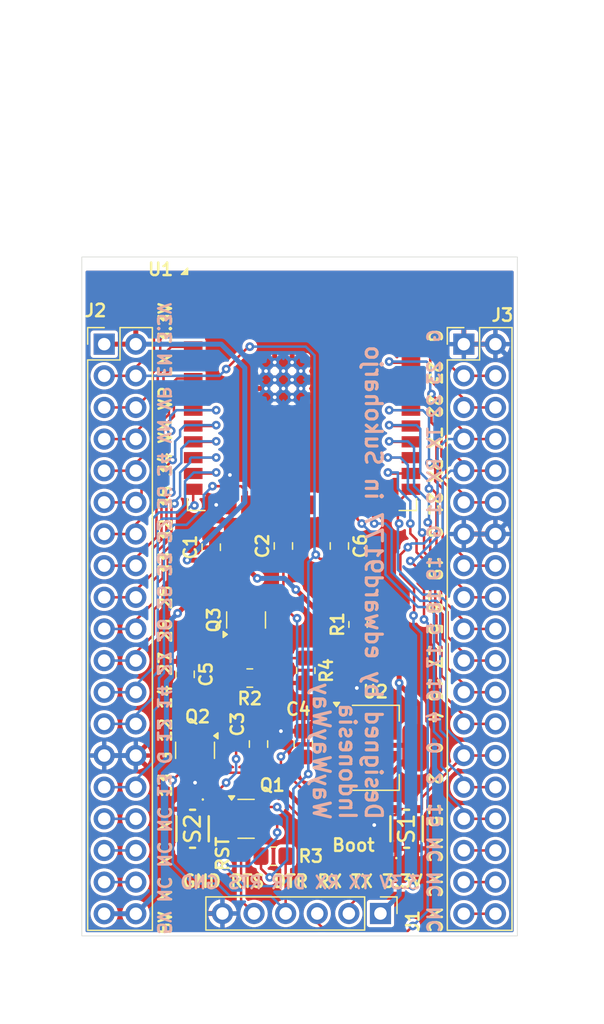
<source format=kicad_pcb>
(kicad_pcb (version 20240108) (generator "pcbnew") (generator_version "8.0")
  (layers (0 "F.Cu" mixed) (31 "B.Cu" mixed) (34 "B.Paste" user) (35 "F.Paste" user) (36 "B.SilkS" user "B.Silkscreen") (37 "F.SilkS" user "F.Silkscreen") (38 "B.Mask" user) (39 "F.Mask" user) (44 "Edge.Cuts" user))
  (net 0 "")
  (net 1 "VDD33")
  (net 2 "EN")
  (net 3 "RTS")
  (net 4 "Net-(Q2-B)")
  (net 5 "Net-(Q1-B)")
  (net 6 "DTR")
  (net 7 "GND")
  (net 8 "Net-(Q3-G)")
  (net 9 "IO34")
  (net 11 "IO4")
  (net 12 "IO23")
  (net 13 "IO2")
  (net 14 "IO25")
  (net 15 "IO21")
  (net 16 "IO12")
  (net 17 "IO18")
  (net 18 "IO5")
  (net 19 "IO35")
  (net 20 "TXD")
  (net 21 "SENS_VN")
  (net 22 "IO22")
  (net 24 "IO27")
  (net 25 "IO32")
  (net 26 "IO19")
  (net 28 "IO33")
  (net 29 "IO14")
  (net 31 "IO13")
  (net 33 "IO0")
  (net 34 "RXD")
  (net 35 "SENS_VP")
  (net 38 "IO17")
  (net 39 "IO26")
  (net 40 "IO15")
  (net 41 "IO16")
  (net 42 "EXT_5V")
  (net 43 "Net-(Q3-S)")
  (net 44 "Net-(J2-Pin_35)")
  (net 45 "Net-(J2-Pin_31)")
  (net 46 "Net-(J2-Pin_33)")
  (net 47 "Net-(J3-Pin_35)")
  (net 48 "Net-(J3-Pin_33)")
  (net 49 "Net-(J3-Pin_37)")
  (footprint "RF_Module:ESP32-WROOM-32E" (layer "F.Cu") (at 170 86.7)
    (property "Reference" "U1")
    (property "Value" "ESP32-WROOM-32E")
  )
  (footprint "Resistor_SMD:R_0805_2012Metric_Pad1.20x1.40mm_HandSolder" (layer "F.Cu") (at 165.8 113.1 180)
    (property "Reference" "R2")
    (property "Value" "10K(5%)")
  )
  (footprint "KiCad:TL1018AAAF160QG" (layer "F.Cu") (at 161.2 125.2 -90)
    (property "Reference" "S2")
    (property "Value" "TL1018AAAF160QG" (hide yes))
  )
  (footprint "Capacitor_SMD:C_0805_2012Metric_Pad1.18x1.45mm_HandSolder" (layer "F.Cu") (at 168.5 102.5 90)
    (property "Reference" "C2")
    (property "Value" "22uF/10V(20%)")
  )
  (footprint "Package_TO_SOT_SMD:SOT-223-3_TabPin2" (layer "F.Cu") (at 175.9 118.7)
    (property "Reference" "U2")
    (property "Value" "AMS1117-3.3")
  )
  (footprint "Package_TO_SOT_SMD:SOT-23" (layer "F.Cu") (at 161.4 118.9 -90)
    (property "Reference" "Q2")
    (property "Value" "SS8050")
  )
  (footprint "Package_TO_SOT_SMD:SOT-23" (layer "F.Cu") (at 165.5 108.4375 90)
    (property "Reference" "Q3")
    (property "Value" "IRLML6401")
  )
  (footprint "Capacitor_SMD:C_0805_2012Metric_Pad1.18x1.45mm_HandSolder" (layer "F.Cu") (at 160.6 112.8 -90)
    (property "Reference" "C5")
    (property "Value" "0.1uF/50V(10%)")
  )
  (footprint "Capacitor_SMD:C_0805_2012Metric_Pad1.18x1.45mm_HandSolder" (layer "F.Cu") (at 170.1 118.4 90)
    (property "Reference" "C4")
    (property "Value" "0.1uF/50V(10%)")
  )
  (footprint "Capacitor_SMD:C_0805_2012Metric_Pad1.18x1.45mm_HandSolder" (layer "F.Cu") (at 162.7 102.6 90)
    (property "Reference" "C1")
    (property "Value" "22uF/10V(20%)")
  )
  (footprint "Capacitor_SMD:C_0805_2012Metric_Pad1.18x1.45mm_HandSolder" (layer "F.Cu") (at 173 102.5 -90)
    (property "Reference" "C6")
    (property "Value" "0.1uF/50V(10%)")
  )
  (footprint "Connector_PinHeader_2.54mm:PinHeader_2x19_P2.54mm_Vertical" (layer "F.Cu") (at 154.1 86.3)
    (property "Reference" "J2")
    (property "Value" "J8_Header/02x19_Male")
  )
  (footprint "Package_TO_SOT_SMD:SOT-23" (layer "F.Cu") (at 165.5 124.4)
    (property "Reference" "Q1")
    (property "Value" "SS8050")
  )
  (footprint "Resistor_SMD:R_0805_2012Metric_Pad1.20x1.40mm_HandSolder" (layer "F.Cu") (at 170.3 112.5 -90)
    (property "Reference" "R4")
    (property "Value" "10K(5%)")
  )
  (footprint "Connector_PinHeader_2.54mm:PinHeader_1x06_P2.54mm_Vertical" (layer "F.Cu") (at 176.3 132 -90)
    (property "Reference" "J1")
    (property "Value" "J8_Header/01x06_Male")
  )
  (footprint "Resistor_SMD:R_0805_2012Metric_Pad1.20x1.40mm_HandSolder" (layer "F.Cu") (at 167.7 127.4 180)
    (property "Reference" "R3")
    (property "Value" "10K(5%)")
  )
  (footprint "Connector_PinHeader_2.54mm:PinHeader_2x19_P2.54mm_Vertical" (layer "F.Cu") (at 183 86.3)
    (property "Reference" "J3")
    (property "Value" "J8_Header/02x19_Male")
  )
  (footprint "KiCad:TL1018AAAF160QG" (layer "F.Cu") (at 178.4 125.2 90)
    (property "Reference" "S1")
    (property "Value" "TL1018AAAF160QG" (hide yes))
  )
  (footprint "Capacitor_SMD:C_0805_2012Metric_Pad1.18x1.45mm_HandSolder" (layer "F.Cu") (at 166.5 118.4 90)
    (property "Reference" "C3")
    (property "Value" "22uF/10V(20%)")
  )
  (footprint "Resistor_SMD:R_0805_2012Metric_Pad1.20x1.40mm_HandSolder" (layer "F.Cu") (at 174.5 108.8 90)
    (property "Reference" "R1")
    (property "Value" "10K(5%)")
  )
  (gr_rect (start 152.3 79.3) (end 187.3 133.8) (stroke (width 0.05)) (fill none) (layer "Edge.Cuts"))
  (gr_text "G  23 22 TX RX 21 G  19 18 5 17 16 4  0  2  15 NC NC NC" (at 181.2 85 90) (layer "B.SilkS") (effects (font (size 1 1) (thickness 0.2) (bold yes)) (justify left bottom mirror)))
  (gr_text "3.3V TX RX DTR RTS GND" (at 179.6 130.1 0) (layer "B.SilkS") (effects (font (size 1 1) (thickness 0.2)) (justify left bottom mirror)))
  (gr_text "Designed by edward9177 in Sukoharjo\nIndonesia\nWayWayWay\n" (at 170.8 124.6 270) (layer "B.SilkS") (effects (font (size 1.3 1.3) (thickness 0.25) (bold yes)) (justify left bottom mirror)))
  (gr_text "5V NC NC NC 13 G 12 14 27 26 25 33 32 35 34 VN VP EN 3.3V" (at 158.3 133.8 270) (layer "B.SilkS") (effects (font (size 1 1) (thickness 0.2) (bold yes)) (justify left bottom mirror)))
  (gr_text "5V NC NC NC 13 G 12 14 27 26 25 33 32 35 34 VN VP EN 3.3V" (at 159.6 133.8 90) (layer "F.SilkS") (effects (font (size 1 1) (thickness 0.2) (bold yes)) (justify left bottom)))
  (gr_text "Boot" (at 172.3 127.1 0) (layer "F.SilkS") (effects (font (size 1 1) (thickness 0.2) (bold yes)) (justify left bottom)))
  (gr_text "RST" (at 164.2 128.7 90) (layer "F.SilkS") (effects (font (size 1 1) (thickness 0.2) (bold yes)) (justify left bottom)))
  (gr_text "G  23 22 TX RX 21 G  19 18 5 17 16 4  0  2  15 NC NC NC" (at 180.1 85 270) (layer "F.SilkS") (effects (font (size 1 1) (thickness 0.2) (bold yes)) (justify left bottom)))
  (gr_text "GND RTS DTR RX TX 3.3V" (at 160.3 130 0) (layer "F.SilkS") (effects (font (size 1 1) (thickness 0.2)) (justify left bottom)))
  (segment (start 177.8 110.4) (end 177.8 113.5) (width 0.4) (layer "F.Cu") (net 1))
  (segment (start 177.8 113.6) (end 179.45 115.25) (width 0.4) (layer "F.Cu") (net 1))
  (segment (start 174.55 123.4) (end 179.45 118.5) (width 0.4) (layer "F.Cu") (net 1))
  (segment (start 166.5 119.9) (end 170 123.4) (width 0.4) (layer "F.Cu") (net 1))
  (segment (start 160.7625 103.6375) (end 162.7 103.6375) (width 0.4) (layer "F.Cu") (net 1))
  (segment (start 179.45 115.25) (end 179.45 118.5) (width 0.4) (layer "F.Cu") (net 1))
  (segment (start 166.5 119.4375) (end 166.5 119.9) (width 0.4) (layer "F.Cu") (net 1))
  (segment (start 169.5 106) (end 173.3 109.8) (width 0.4) (layer "F.Cu") (net 1))
  (segment (start 177.2 109.8) (end 177.8 110.4) (width 0.4) (layer "F.Cu") (net 1))
  (segment (start 161.25 82.71) (end 157.49 82.71) (width 0.4) (layer "F.Cu") (net 1))
  (segment (start 173.3 109.8) (end 174.5 109.8) (width 0.4) (layer "F.Cu") (net 1))
  (segment (start 157.49 82.71) (end 156.64 83.56) (width 0.4) (layer "F.Cu") (net 1))
  (segment (start 177.8 113.5) (end 177.8 113.6) (width 0.4) (layer "F.Cu") (net 1))
  (segment (start 174.5 109.8) (end 177.2 109.8) (width 0.4) (layer "F.Cu") (net 1))
  (segment (start 164.9375 103.6375) (end 166.4 105.1) (width 0.4) (layer "F.Cu") (net 1))
  (segment (start 170 123.4) (end 174.55 123.4) (width 0.4) (layer "F.Cu") (net 1))
  (segment (start 162.7 103.6375) (end 164.9375 103.6375) (width 0.4) (layer "F.Cu") (net 1))
  (segment (start 156.64 83.56) (end 156.64 86.3) (width 0.4) (layer "F.Cu") (net 1))
  (segment (start 173.15 118.5) (end 179.45 118.5) (width 0.4) (layer "F.Cu") (net 1))
  (segment (start 154.1 86.3) (end 156.64 86.3) (width 0.4) (layer "F.Cu") (net 1))
  (via (at 160.7625 103.6375) (size 0.7) (drill 0.3) (layers "F.Cu" "B.Cu") (net 1))
  (via (at 169.5 106) (size 0.7) (drill 0.3) (layers "F.Cu" "B.Cu") (net 1))
  (via (at 166.4 105.1) (size 0.7) (drill 0.3) (layers "F.Cu" "B.Cu") (net 1))
  (via (at 177.8 113.5) (size 0.7) (drill 0.3) (layers "F.Cu" "B.Cu") (net 1))
  (segment (start 163.5 86.3) (end 156.64 86.3) (width 0.4) (layer "B.Cu") (net 1))
  (segment (start 177.8 130.5) (end 177.8 130.1) (width 0.4) (layer "B.Cu") (net 1))
  (segment (start 168.6 105.1) (end 169.5 106) (width 0.4) (layer "B.Cu") (net 1))
  (segment (start 165.4 88.2) (end 163.5 86.3) (width 0.4) (layer "B.Cu") (net 1))
  (segment (start 165.4 99) (end 165.4 88.2) (width 0.4) (layer "B.Cu") (net 1))
  (segment (start 176.3 132) (end 177.8 130.5) (width 0.4) (layer "B.Cu") (net 1))
  (segment (start 160.7625 103.6375) (end 165.4 99) (width 0.4) (layer "B.Cu") (net 1))
  (segment (start 166.4 105.1) (end 168.6 105.1) (width 0.4) (layer "B.Cu") (net 1))
  (segment (start 177.8 130.1) (end 177.8 113.5) (width 0.4) (layer "B.Cu") (net 1))
  (segment (start 163.9 88.3) (end 165.7 86.5) (width 0.2) (layer "F.Cu") (net 2))
  (segment (start 170.5 119.8375) (end 170.1 119.4375) (width 0.2) (layer "F.Cu") (net 2))
  (segment (start 171.4375 103.5375) (end 173 103.5375) (width 0.2) (layer "F.Cu") (net 2))
  (segment (start 162.375 126.775) (end 163.8 128.2) (width 0.2) (layer "F.Cu") (net 2))
  (segment (start 158.1 84.6) (end 158.72 83.98) (width 0.2) (layer "F.Cu") (net 2))
  (segment (start 167.7 124.4) (end 166.4375 124.4) (width 0.2) (layer "F.Cu") (net 2))
  (segment (start 158.72 83.98) (end 161.25 83.98) (width 0.2) (layer "F.Cu") (net 2))
  (segment (start 174.1375 103.5375) (end 174.5 103.9) (width 0.2) (layer "F.Cu") (net 2))
  (segment (start 156.64 88.16) (end 158.1 86.7) (width 0.2) (layer "F.Cu") (net 2))
  (segment (start 161.725 126.775) (end 162.375 126.775) (width 0.2) (layer "F.Cu") (net 2))
  (segment (start 156.64 88.84) (end 156.64 88.16) (width 0.2) (layer "F.Cu") (net 2))
  (segment (start 174.5 103.9) (end 174.5 107.8) (width 0.2) (layer "F.Cu") (net 2))
  (segment (start 168 125.5) (end 168 124.7) (width 0.2) (layer "F.Cu") (net 2))
  (segment (start 160.075 126.775) (end 161.725 126.775) (width 0.2) (layer "F.Cu") (net 2))
  (segment (start 171.1 103.2) (end 171.4375 103.5375) (width 0.2) (layer "F.Cu") (net 2))
  (segment (start 173 103.5375) (end 174.1375 103.5375) (width 0.2) (layer "F.Cu") (net 2))
  (segment (start 168 124.7) (end 167.7 124.4) (width 0.2) (layer "F.Cu") (net 2))
  (segment (start 158.1 86.7) (end 158.1 84.6) (width 0.2) (layer "F.Cu") (net 2))
  (segment (start 170.5 120.8) (end 170.5 119.8375) (width 0.2) (layer "F.Cu") (net 2))
  (segment (start 165.7 86.5) (end 165.8 86.5) (width 0.2) (layer "F.Cu") (net 2))
  (segment (start 154.1 88.84) (end 156.64 88.84) (width 0.2) (layer "F.Cu") (net 2))
  (via (at 168 125.5) (size 0.7) (drill 0.3) (layers "F.Cu" "B.Cu") (net 2))
  (via (at 171.1 103.2) (size 0.7) (drill 0.3) (layers "F.Cu" "B.Cu") (net 2))
  (via (at 163.9 88.3) (size 0.7) (drill 0.3) (layers "F.Cu" "B.Cu") (net 2))
  (via (at 165.8 86.5) (size 0.7) (drill 0.3) (layers "F.Cu" "B.Cu") (net 2))
  (via (at 163.8 128.2) (size 0.7) (drill 0.3) (layers "F.Cu" "B.Cu") (net 2))
  (via (at 170.5 120.8) (size 0.7) (drill 0.3) (layers "F.Cu" "B.Cu") (net 2))
  (segment (start 169.3 128.8) (end 168.3 129.8) (width 0.2) (layer "B.Cu") (net 2))
  (segment (start 168.3 129.8) (end 165.4 129.8) (width 0.2) (layer "B.Cu") (net 2))
  (segment (start 170.3 86.5) (end 171 87.2) (width 0.2) (layer "B.Cu") (net 2))
  (segment (start 165.4 129.8) (end 163.8 128.2) (width 0.2) (layer "B.Cu") (net 2))
  (segment (start 171 103.1) (end 171.1 103.2) (width 0.2) (layer "B.Cu") (net 2))
  (segment (start 165.8 86.5) (end 170.3 86.5) (width 0.2) (layer "B.Cu") (net 2))
  (segment (start 163.36 88.84) (end 156.64 88.84) (width 0.2) (layer "B.Cu") (net 2))
  (segment (start 163.9 88.3) (end 163.36 88.84) (width 0.2) (layer "B.Cu") (net 2))
  (segment (start 165.7 128.2) (end 163.8 128.2) (width 0.2) (layer "B.Cu") (net 2))
  (segment (start 171 91.2) (end 171 103.1) (width 0.2) (layer "B.Cu") (net 2))
  (segment (start 168 125.9) (end 165.7 128.2) (width 0.2) (layer "B.Cu") (net 2))
  (segment (start 170.5 120.8) (end 169.3 122) (width 0.2) (layer "B.Cu") (net 2))
  (segment (start 171 87.2) (end 171 91.2) (width 0.2) (layer "B.Cu") (net 2))
  (segment (start 170.5 120.8) (end 170.5 103.8) (width 0.2) (layer "B.Cu") (net 2))
  (segment (start 170.5 103.8) (end 171.1 103.2) (width 0.2) (layer "B.Cu") (net 2))
  (segment (start 168 125.5) (end 168 125.9) (width 0.2) (layer "B.Cu") (net 2))
  (segment (start 169.3 122) (end 169.3 128.8) (width 0.2) (layer "B.Cu") (net 2))
  (segment (start 165.1 130.96) (end 166.14 132) (width 0.2) (layer "F.Cu") (net 3))
  (segment (start 164.7 119.6) (end 164.7 116.7) (width 0.2) (layer "F.Cu") (net 3))
  (segment (start 163.55 125.35) (end 163 124.8) (width 0.2) (layer "F.Cu") (net 3))
  (segment (start 163 124.8) (end 163 122.4) (width 0.2) (layer "F.Cu") (net 3))
  (segment (start 166.8 114.6) (end 166.8 113.1) (width 0.2) (layer "F.Cu") (net 3))
  (segment (start 164.5625 125.35) (end 163.55 125.35) (width 0.2) (layer "F.Cu") (net 3))
  (segment (start 165.1 125.8875) (end 165.1 130.96) (width 0.2) (layer "F.Cu") (net 3))
  (segment (start 163 122.4) (end 163.9 121.5) (width 0.2) (layer "F.Cu") (net 3))
  (segment (start 164.7 116.7) (end 166.8 114.6) (width 0.2) (layer "F.Cu") (net 3))
  (segment (start 164.5625 125.35) (end 165.1 125.8875) (width 0.2) (layer "F.Cu") (net 3))
  (via (at 163.9 121.5) (size 0.7) (drill 0.3) (layers "F.Cu" "B.Cu") (net 3))
  (via (at 164.7 119.6) (size 0.7) (drill 0.3) (layers "F.Cu" "B.Cu") (net 3))
  (segment (start 164.7 120.7) (end 164.7 119.6) (width 0.2) (layer "B.Cu") (net 3))
  (segment (start 163.9 121.5) (end 164.7 120.7) (width 0.2) (layer "B.Cu") (net 3))
  (segment (start 162.35 115.55) (end 164.8 113.1) (width 0.2) (layer "F.Cu") (net 4))
  (segment (start 162.35 117.9625) (end 162.35 115.55) (width 0.2) (layer "F.Cu") (net 4))
  (segment (start 167.4 129.1) (end 166.7 128.4) (width 0.2) (layer "F.Cu") (net 5))
  (segment (start 166.7 128.4) (end 166.7 127.4) (width 0.2) (layer "F.Cu") (net 5))
  (segment (start 168 123.45) (end 164.5625 123.45) (width 0.2) (layer "F.Cu") (net 5))
  (via (at 167.4 129.1) (size 0.7) (drill 0.3) (layers "F.Cu" "B.Cu") (net 5))
  (via (at 168 123.45) (size 0.7) (drill 0.3) (layers "F.Cu" "B.Cu") (net 5))
  (segment (start 168.8 124.25) (end 168.8 127.7) (width 0.2) (layer "B.Cu") (net 5))
  (segment (start 168 123.45) (end 168.8 124.25) (width 0.2) (layer "B.Cu") (net 5))
  (segment (start 168.8 127.7) (end 167.4 129.1) (width 0.2) (layer "B.Cu") (net 5))
  (segment (start 168.68 132) (end 168.68 127.42) (width 0.2) (layer "F.Cu") (net 6))
  (segment (start 160.45 120.45) (end 159.6 121.3) (width 0.2) (layer "F.Cu") (net 6))
  (segment (start 168.68 127.42) (end 168.7 127.4) (width 0.2) (layer "F.Cu") (net 6))
  (segment (start 160.45 117.9625) (end 160.45 120.45) (width 0.2) (layer "F.Cu") (net 6))
  (via (at 159.6 121.3) (size 0.7) (drill 0.3) (layers "F.Cu" "B.Cu") (net 6))
  (segment (start 159.6 128) (end 161.2 129.6) (width 0.2) (layer "B.Cu") (net 6))
  (segment (start 161.2 129.6) (end 163.2 129.6) (width 0.2) (layer "B.Cu") (net 6))
  (segment (start 159.6 121.3) (end 159.6 128) (width 0.2) (layer "B.Cu") (net 6))
  (segment (start 168.68 131.78) (end 168.68 132) (width 0.2) (layer "B.Cu") (net 6))
  (segment (start 163.2 129.6) (end 164.2 130.6) (width 0.2) (layer "B.Cu") (net 6))
  (segment (start 167.5 130.6) (end 168.68 131.78) (width 0.2) (layer "B.Cu") (net 6))
  (segment (start 164.2 130.6) (end 167.5 130.6) (width 0.2) (layer "B.Cu") (net 6))
  (segment (start 183 101.54) (end 185.54 101.54) (width 0.4) (layer "F.Cu") (net 7))
  (segment (start 168.3 117.3625) (end 170.1 117.3625) (width 0.4) (layer "F.Cu") (net 7))
  (segment (start 159.175 123.625) (end 160.075 123.625) (width 0.4) (layer "F.Cu") (net 7))
  (segment (start 158.2 117.76) (end 156.64 119.32) (width 0.4) (layer "F.Cu") (net 7))
  (segment (start 169.9 81.44) (end 178.75 81.44) (width 0.4) (layer "F.Cu") (net 7))
  (segment (start 183 82.1) (end 183 86.3) (width 0.4) (layer "F.Cu") (net 7))
  (segment (start 161.25 81.44) (end 167.1 81.44) (width 0.4) (layer "F.Cu") (net 7))
  (segment (start 160.075 123.625) (end 161.725 123.625) (width 0.4) (layer "F.Cu") (net 7))
  (segment (start 168.5 101.4625) (end 165.3975 101.4625) (width 0.4) (layer "F.Cu") (net 7))
  (segment (start 161.725 123.625) (end 161.725 121.825) (width 0.4) (layer "F.Cu") (net 7))
  (segment (start 159.303553 103.303553) (end 159.303553 105.396447) (width 0.4) (layer "F.Cu") (net 7))
  (segment (start 163.1 99.2) (end 162.5 99.2) (width 0.4) (layer "F.Cu") (net 7))
  (segment (start 166.5 117.3625) (end 168.3 117.3625) (width 0.4) (layer "F.Cu") (net 7))
  (segment (start 161.6 100.1) (end 160.7 100.1) (width 0.4) (layer "F.Cu") (net 7))
  (segment (start 158.2 120.88) (end 158.2 122.8) (width 0.4) (layer "F.Cu") (net 7))
  (segment (start 158.9 109.6) (end 158.2 110.3) (width 0.4) (layer "F.Cu") (net 7))
  (segment (start 164.285 99.2) (end 163.1 99.2) (width 0.4) (layer "F.Cu") (net 7))
  (segment (start 158.2 111.3) (end 158.2 117.76) (width 0.4) (layer "F.Cu") (net 7))
  (segment (start 177.975 126.775) (end 177.675 126.775) (width 0.4) (layer "F.Cu") (net 7))
  (segment (start 159.025 123.625) (end 160.075 123.625) (width 0.4) (layer "F.Cu") (net 7))
  (segment (start 169.2 82.14) (end 169.9 81.44) (width 0.4) (layer "F.Cu") (net 7))
  (segment (start 160 100.8) (end 160 102.7) (width 0.4) (layer "F.Cu") (net 7))
  (segment (start 170.1375 117.3625) (end 171.3 116.2) (width 0.4) (layer "F.Cu") (net 7))
  (segment (start 165.3975 101.4625) (end 164.285 100.35) (width 0.4) (layer "F.Cu") (net 7))
  (segment (start 173.15 115.15) (end 173.15 116.2) (width 0.4) (layer "F.Cu") (net 7))
  (segment (start 171.5 113.5) (end 173.15 115.15) (width 0.4) (layer "F.Cu") (net 7))
  (segment (start 160.7 100.1) (end 160 100.8) (width 0.4) (layer "F.Cu") (net 7))
  (segment (start 159.907106 102.7) (end 159.303553 103.303553) (width 0.4) (layer "F.Cu") (net 7))
  (segment (start 164.1 96.7) (end 164.2 96.8) (width 0.4) (layer "F.Cu") (net 7))
  (segment (start 158.3 124.5) (end 159.175 123.625) (width 0.4) (layer "F.Cu") (net 7))
  (segment (start 158.9 105.8) (end 158.9 109.6) (width 0.4) (layer "F.Cu") (net 7))
  (segment (start 177.975 126.775) (end 179.625 126.775) (width 0.4) (layer "F.Cu") (net 7))
  (segment (start 167.1 81.44) (end 169.9 81.44) (width 0.4) (layer "F.Cu") (net 7))
  (segment (start 164.74 89.86) (end 164.1 90.5) (width 0.4) (layer "F.Cu") (net 7))
  (segment (start 164.1 90.5) (end 164.1 96.7) (width 0.4) (layer "F.Cu") (net 7))
  (segment (start 162.5 99.2) (end 161.6 100.1) (width 0.4) (layer "F.Cu") (net 7))
  (segment (start 177.675 126.775) (end 175.8 124.9) (width 0.4) (layer "F.Cu") (net 7))
  (segment (start 159.303553 105.396447) (end 158.9 105.8) (width 0.4) (layer "F.Cu") (net 7))
  (segment (start 173 101.4625) (end 168.5 101.4625) (width 0.4) (layer "F.Cu") (net 7))
  (segment (start 162.7 101.2) (end 161.6 100.1) (width 0.4) (layer "F.Cu") (net 7))
  (segment (start 182.34 81.44) (end 183 82.1) (width 0.4) (layer "F.Cu") (net 7))
  (segment (start 183 86.3) (end 185.54 86.3) (width 0.4) (layer "F.Cu") (net 7))
  (segment (start 156.64 119.32) (end 158.2 120.88) (width 0.4) (layer "F.Cu") (net 7))
  (segment (start 162.7 101.5625) (end 162.7 101.2) (width 0.4) (layer "F.Cu") (net 7))
  (segment (start 160 102.7) (end 159.907106 102.7) (width 0.4) (layer "F.Cu") (net 7))
  (segment (start 164.285 100.35) (end 164.285 99.2) (width 0.4) (layer "F.Cu") (net 7))
  (segment (start 161.725 121.825) (end 161.4 121.5) (width 0.4) (layer "F.Cu") (net 7))
  (segment (start 158.2 122.8) (end 159.025 123.625) (width 0.4) (layer "F.Cu") (net 7))
  (segment (start 171.3 116.2) (end 173.15 116.2) (width 0.4) (layer "F.Cu") (net 7))
  (segment (start 163.6 132) (end 158.8 132) (width 0.4) (layer "F.Cu") (net 7))
  (segment (start 178.75 81.44) (end 182.34 81.44) (width 0.4) (layer "F.Cu") (net 7))
  (segment (start 158.3 131.5) (end 158.3 124.5) (width 0.4) (layer "F.Cu") (net 7))
  (segment (start 169.2 87.76) (end 169.2 82.14) (width 0.4) (layer "F.Cu") (net 7))
  (segment (start 158.8 132) (end 158.3 131.5) (width 0.4) (layer "F.Cu") (net 7))
  (segment (start 167.8 82.14) (end 167.1 81.44) (width 0.4) (layer "F.Cu") (net 7))
  (segment (start 170.3 113.5) (end 171.5 113.5) (width 0.4) (layer "F.Cu") (net 7))
  (segment (start 167.8 87.76) (end 167.8 82.14) (width 0.4) (layer "F.Cu") (net 7))
  (segment (start 174.4 113.9) (end 173.15 115.15) (width 0.4) (layer "F.Cu") (net 7))
  (segment (start 160.1 111.7625) (end 158.6625 111.7625) (width 0.4) (layer "F.Cu") (net 7))
  (segment (start 158.2 110.3) (end 158.2 111.3) (width 0.4) (layer "F.Cu") (net 7))
  (segment (start 170.1 117.3625) (end 170.1375 117.3625) (width 0.4) (layer "F.Cu") (net 7))
  (segment (start 167.1 89.86) (end 164.74 89.86) (width 0.4) (layer "F.Cu") (net 7))
  (segment (start 158.6625 111.7625) (end 158.2 111.3) (width 0.4) (layer "F.Cu") (net 7))
  (via (at 174.4 113.9) (size 0.7) (drill 0.3) (layers "F.Cu" "B.Cu") (net 7))
  (via (at 175.8 124.9) (size 0.7) (drill 0.3) (layers "F.Cu" "B.Cu") (net 7))
  (via (at 163.1 99.2) (size 0.7) (drill 0.3) (layers "F.Cu" "B.Cu") (net 7))
  (via (at 164.2 96.8) (size 0.7) (drill 0.3) (layers "F.Cu" "B.Cu") (net 7))
  (via (at 168.3 117.3625) (size 0.7) (drill 0.3) (layers "F.Cu" "B.Cu") (net 7))
  (via (at 161.4 121.5) (size 0.7) (drill 0.3) (layers "F.Cu" "B.Cu") (net 7))
  (segment (start 186.8 100.28) (end 186.8 87.56) (width 0.4) (layer "B.Cu") (net 7))
  (segment (start 154.1 119.32) (end 156.64 119.32) (width 0.4) (layer "B.Cu") (net 7))
  (segment (start 164.2 97.7) (end 163.1 98.8) (width 0.4) (layer "B.Cu") (net 7))
  (segment (start 174.4 113.9) (end 175.8 115.3) (width 0.4) (layer "B.Cu") (net 7))
  (segment (start 163.1 98.8) (end 163.1 99.2) (width 0.4) (layer "B.Cu") (net 7))
  (segment (start 186.8 87.56) (end 185.54 86.3) (width 0.4) (layer "B.Cu") (net 7))
  (segment (start 161.4 121.5) (end 165.5375 117.3625) (width 0.4) (layer "B.Cu") (net 7))
  (segment (start 185.54 101.54) (end 186.8 100.28) (width 0.4) (layer "B.Cu") (net 7))
  (segment (start 164.2 96.8) (end 164.2 97.7) (width 0.4) (layer "B.Cu") (net 7))
  (segment (start 175.8 115.3) (end 175.8 124.9) (width 0.4) (layer "B.Cu") (net 7))
  (segment (start 165.5375 117.3625) (end 168.3 117.3625) (width 0.4) (layer "B.Cu") (net 7))
  (segment (start 165.6 111.5) (end 170.3 111.5) (width 0.2) (layer "F.Cu") (net 8))
  (segment (start 164.55 110.45) (end 165.6 111.5) (width 0.2) (layer "F.Cu") (net 8))
  (segment (start 164.55 109.375) (end 164.55 110.45) (width 0.2) (layer "F.Cu") (net 8))
  (segment (start 158.865686 88.865686) (end 158.865686 91.7) (width 0.2) (layer "F.Cu") (net 9))
  (segment (start 158.032843 94.467157) (end 156.64 95.86) (width 0.2) (layer "F.Cu") (net 9))
  (segment (start 158.865686 91.7) (end 158.032843 92.532843) (width 0.2) (layer "F.Cu") (net 9))
  (segment (start 161.25 87.79) (end 159.941372 87.79) (width 0.2) (layer "F.Cu") (net 9))
  (segment (start 158.032843 92.532843) (end 158.032843 94.467157) (width 0.2) (layer "F.Cu") (net 9))
  (segment (start 159.941372 87.79) (end 158.865686 88.865686) (width 0.2) (layer "F.Cu") (net 9))
  (segment (start 156.64 95.86) (end 156.64 96.46) (width 0.2) (layer "F.Cu") (net 9))
  (segment (start 154.1 96.46) (end 156.64 96.46) (width 0.2) (layer "F.Cu") (net 9))
  (segment (start 178.7 101.5) (end 179.2 102) (width 0.2) (layer "F.Cu") (net 11))
  (segment (start 176.98 96.68) (end 176.9 96.6) (width 0.2) (layer "F.Cu") (net 11))
  (segment (start 180.3 105.8) (end 180.3 107.6) (width 0.2) (layer "F.Cu") (net 11))
  (segment (start 181.2 110.6) (end 181.2 112.9) (width 0.2) (layer "F.Cu") (net 11))
  (segment (start 178.75 96.68) (end 176.98 96.68) (width 0.2) (layer "F.Cu") (net 11))
  (segment (start 181.6 114.7) (end 183 116.1) (width 0.2) (layer "F.Cu") (net 11))
  (segment (start 179.8 103.6) (end 179.8 105.3) (width 0.2) (layer "F.Cu") (net 11))
  (segment (start 179.2 103) (end 179.8 103.6) (width 0.2) (layer "F.Cu") (net 11))
  (segment (start 179.8 105.3) (end 180.3 105.8) (width 0.2) (layer "F.Cu") (net 11))
  (segment (start 181.2 112.9) (end 181.6 113.3) (width 0.2) (layer "F.Cu") (net 11))
  (segment (start 181.6 113.3) (end 181.6 114.7) (width 0.2) (layer "F.Cu") (net 11))
  (segment (start 183 116.78) (end 185.54 116.78) (width 0.2) (layer "F.Cu") (net 11))
  (segment (start 183 116.1) (end 183 116.78) (width 0.2) (layer "F.Cu") (net 11))
  (segment (start 180.3 107.6) (end 180.8 108.1) (width 0.2) (layer "F.Cu") (net 11))
  (segment (start 180.8 110.2) (end 181.2 110.6) (width 0.2) (layer "F.Cu") (net 11))
  (segment (start 179.2 102) (end 179.2 103) (width 0.2) (layer "F.Cu") (net 11))
  (segment (start 178.7 100.7) (end 178.7 101.5) (width 0.2) (layer "F.Cu") (net 11))
  (segment (start 180.8 108.1) (end 180.8 110.2) (width 0.2) (layer "F.Cu") (net 11))
  (via (at 176.9 96.6) (size 0.7) (drill 0.3) (layers "F.Cu" "B.Cu") (net 11))
  (via (at 178.7 100.7) (size 0.7) (drill 0.3) (layers "F.Cu" "B.Cu") (net 11))
  (segment (start 178.7 100.7) (end 178.7 98.9) (width 0.2) (layer "B.Cu") (net 11))
  (segment (start 177.7 97.9) (end 177.7 96.6) (width 0.2) (layer "B.Cu") (net 11))
  (segment (start 177.7 96.6) (end 176.9 96.6) (width 0.2) (layer "B.Cu") (net 11))
  (segment (start 178.7 98.9) (end 177.7 97.9) (width 0.2) (layer "B.Cu") (net 11))
  (segment (start 182.74 88.84) (end 183 88.84) (width 0.2) (layer "F.Cu") (net 12))
  (segment (start 180.71 82.71) (end 181.6 83.6) (width 0.2) (layer "F.Cu") (net 12))
  (segment (start 181.6 87.7) (end 182.74 88.84) (width 0.2) (layer "F.Cu") (net 12))
  (segment (start 178.75 82.71) (end 180.71 82.71) (width 0.2) (layer "F.Cu") (net 12))
  (segment (start 183 88.84) (end 185.54 88.84) (width 0.2) (layer "F.Cu") (net 12))
  (segment (start 181.6 83.6) (end 181.6 87.7) (width 0.2) (layer "F.Cu") (net 12))
  (segment (start 175.715 99.2) (end 175.715 100.615) (width 0.2) (layer "F.Cu") (net 13))
  (segment (start 175.715 100.615) (end 175.8 100.7) (width 0.2) (layer "F.Cu") (net 13))
  (segment (start 183 121.86) (end 185.54 121.86) (width 0.2) (layer "F.Cu") (net 13))
  (via (at 175.8 100.7) (size 0.7) (drill 0.3) (layers "F.Cu" "B.Cu") (net 13))
  (segment (start 183 121.2) (end 183 121.86) (width 0.2) (layer "B.Cu") (net 13))
  (segment (start 176.7 100.7) (end 177.2 101.2) (width 0.2) (layer "B.Cu") (net 13))
  (segment (start 177.2 101.2) (end 177.2 104.6) (width 0.2) (layer "B.Cu") (net 13))
  (segment (start 179.5 106.9) (end 180.8 106.9) (width 0.2) (layer "B.Cu") (net 13))
  (segment (start 175.8 100.7) (end 176.7 100.7) (width 0.2) (layer "B.Cu") (net 13))
  (segment (start 181.7 117.9) (end 181.7 119.9) (width 0.2) (layer "B.Cu") (net 13))
  (segment (start 177.2 104.6) (end 179.5 106.9) (width 0.2) (layer "B.Cu") (net 13))
  (segment (start 181.7 119.9) (end 183 121.2) (width 0.2) (layer "B.Cu") (net 13))
  (segment (start 181.1 107.2) (end 181.1 117.3) (width 0.2) (layer "B.Cu") (net 13))
  (segment (start 180.8 106.9) (end 181.1 107.2) (width 0.2) (layer "B.Cu") (net 13))
  (segment (start 181.1 117.3) (end 181.7 117.9) (width 0.2) (layer "B.Cu") (net 13))
  (segment (start 158 104.7) (end 156.64 106.06) (width 0.2) (layer "F.Cu") (net 14))
  (segment (start 158 102.7) (end 158 104.7) (width 0.2) (layer "F.Cu") (net 14))
  (segment (start 154.1 106.62) (end 156.64 106.62) (width 0.2) (layer "F.Cu") (net 14))
  (segment (start 158.7 98) (end 158.7 102) (width 0.2) (layer "F.Cu") (net 14))
  (segment (start 163.03 92.87) (end 163.1 92.8) (width 0.2) (layer "F.Cu") (net 14))
  (segment (start 159.2 96) (end 159.2 97.5) (width 0.2) (layer "F.Cu") (net 14))
  (segment (start 159.6 95.6) (end 159.2 96) (width 0.2) (layer "F.Cu") (net 14))
  (segment (start 158.7 102) (end 158 102.7) (width 0.2) (layer "F.Cu") (net 14))
  (segment (start 159.2 97.5) (end 158.7 98) (width 0.2) (layer "F.Cu") (net 14))
  (segment (start 156.64 106.06) (end 156.64 106.62) (width 0.2) (layer "F.Cu") (net 14))
  (segment (start 161.25 92.87) (end 163.03 92.87) (width 0.2) (layer "F.Cu") (net 14))
  (via (at 159.6 95.6) (size 0.7) (drill 0.3) (layers "F.Cu" "B.Cu") (net 14))
  (via (at 163.1 92.8) (size 0.7) (drill 0.3) (layers "F.Cu" "B.Cu") (net 14))
  (segment (start 160.2 93.2) (end 160.6 92.8) (width 0.2) (layer "B.Cu") (net 14))
  (segment (start 159.6 95.6) (end 159.8 95.4) (width 0.2) (layer "B.Cu") (net 14))
  (segment (start 159.8 94.1) (end 160.2 93.7) (width 0.2) (layer "B.Cu") (net 14))
  (segment (start 160.2 93.7) (end 160.2 93.2) (width 0.2) (layer "B.Cu") (net 14))
  (segment (start 160.6 92.8) (end 163.1 92.8) (width 0.2) (layer "B.Cu") (net 14))
  (segment (start 159.8 95.4) (end 159.8 94.1) (width 0.2) (layer "B.Cu") (net 14))
  (segment (start 181.6 97) (end 183 98.4) (width 0.2) (layer "F.Cu") (net 15))
  (segment (start 178.75 87.79) (end 177.09 87.79) (width 0.2) (layer "F.Cu") (net 15))
  (segment (start 180.8 92.4) (end 181.2 92.8) (width 0.2) (layer "F.Cu") (net 15))
  (segment (start 181.6 95.7) (end 181.6 97) (width 0.2) (layer "F.Cu") (net 15))
  (segment (start 177.09 87.79) (end 177 87.7) (width 0.2) (layer "F.Cu") (net 15))
  (segment (start 181.2 92.8) (end 181.2 95.3) (width 0.2) (layer "F.Cu") (net 15))
  (segment (start 180.8 90.7) (end 180.8 92.4) (width 0.2) (layer "F.Cu") (net 15))
  (segment (start 183 99) (end 185.54 99) (width 0.2) (layer "F.Cu") (net 15))
  (segment (start 183 98.4) (end 183 99) (width 0.2) (layer "F.Cu") (net 15))
  (segment (start 181.2 95.3) (end 181.6 95.7) (width 0.2) (layer "F.Cu") (net 15))
  (segment (start 180.4 90.3) (end 180.8 90.7) (width 0.2) (layer "F.Cu") (net 15))
  (via (at 177 87.7) (size 0.7) (drill 0.3) (layers "F.Cu" "B.Cu") (net 15))
  (via (at 180.4 90.3) (size 0.7) (drill 0.3) (layers "F.Cu" "B.Cu") (net 15))
  (segment (start 180.3 88) (end 180 87.7) (width 0.2) (layer "B.Cu") (net 15))
  (segment (start 180 87.7) (end 177 87.7) (width 0.2) (layer "B.Cu") (net 15))
  (segment (start 180.4 90.3) (end 180.3 90.2) (width 0.2) (layer "B.Cu") (net 15))
  (segment (start 180.3 90.2) (end 180.3 88) (width 0.2) (layer "B.Cu") (net 15))
  (segment (start 161.35 99.25) (end 161.25 99.15) (width 0.2) (layer "F.Cu") (net 16))
  (segment (start 161.25 99.15) (end 161.25 97.95) (width 0.2) (layer "F.Cu") (net 16))
  (via (at 161.35 99.25) (size 0.7) (drill 0.3) (layers "F.Cu" "B.Cu") (net 16))
  (segment (start 160.05 100.3) (end 158.8 100.3) (width 0.2) (layer "B.Cu") (net 16))
  (segment (start 161.1 99.25) (end 160.05 100.3) (width 0.2) (layer "B.Cu") (net 16))
  (segment (start 156.64 116.06) (end 156.64 116.78) (width 0.2) (layer "B.Cu") (net 16))
  (segment (start 161.35 99.25) (end 161.1 99.25) (width 0.2) (layer "B.Cu") (net 16))
  (segment (start 158.8 100.3) (end 158.4 100.7) (width 0.2) (layer "B.Cu") (net 16))
  (segment (start 158.4 112.6) (end 158 113) (width 0.2) (layer "B.Cu") (net 16))
  (segment (start 158.4 100.7) (end 158.4 112.6) (width 0.2) (layer "B.Cu") (net 16))
  (segment (start 158 113) (end 158 114.7) (width 0.2) (layer "B.Cu") (net 16))
  (segment (start 154.1 116.78) (end 156.64 116.78) (width 0.2) (layer "B.Cu") (net 16))
  (segment (start 158 114.7) (end 156.64 116.06) (width 0.2) (layer "B.Cu") (net 16))
  (segment (start 183 106.62) (end 185.54 106.62) (width 0.2) (layer "F.Cu") (net 17))
  (segment (start 178.75 91.6) (end 179.7 91.6) (width 0.2) (layer "F.Cu") (net 17))
  (segment (start 180.7 97.3) (end 181.3 97.9) (width 0.2) (layer "F.Cu") (net 17))
  (segment (start 180.7 96.291793) (end 180.7 97.3) (width 0.2) (layer "F.Cu") (net 17))
  (segment (start 181.6 104.6) (end 183 106) (width 0.2) (layer "F.Cu") (net 17))
  (segment (start 181.6 102.6) (end 181.6 104.6) (width 0.2) (layer "F.Cu") (net 17))
  (segment (start 180.242629 95.834422) (end 180.7 96.291793) (width 0.2) (layer "F.Cu") (net 17))
  (segment (start 181.3 97.9) (end 181.3 102.3) (width 0.2) (layer "F.Cu") (net 17))
  (segment (start 181.3 102.3) (end 181.6 102.6) (width 0.2) (layer "F.Cu") (net 17))
  (segment (start 179.7 91.6) (end 177 91.6) (width 0.2) (layer "F.Cu") (net 17))
  (segment (start 183 106) (end 183 106.62) (width 0.2) (layer "F.Cu") (net 17))
  (via (at 177 91.6) (size 0.7) (drill 0.3) (layers "F.Cu" "B.Cu") (net 17))
  (via (at 180.242629 95.834422) (size 0.7) (drill 0.3) (layers "F.Cu" "B.Cu") (net 17))
  (segment (start 180.242629 95.834422) (end 180.2 95.791793) (width 0.2) (layer "B.Cu") (net 17))
  (segment (start 179.7 91.6) (end 177 91.6) (width 0.2) (layer "B.Cu") (net 17))
  (segment (start 180.2 92.1) (end 179.7 91.6) (width 0.2) (layer "B.Cu") (net 17))
  (segment (start 180.2 95.791793) (end 180.2 92.1) (width 0.2) (layer "B.Cu") (net 17))
  (segment (start 181.1 103) (end 181.1 104.8) (width 0.2) (layer "F.Cu") (net 18))
  (segment (start 177.07 92.87) (end 177 92.8) (width 0.2) (layer "F.Cu") (net 18))
  (segment (start 181.6 107.1) (end 183 108.5) (width 0.2) (layer "F.Cu") (net 18))
  (segment (start 183 108.5) (end 183 109.16) (width 0.2) (layer "F.Cu") (net 18))
  (segment (start 180.8 98.3) (end 180.8 102.7) (width 0.2) (layer "F.Cu") (net 18))
  (segment (start 180.2 97.9) (end 180.4 97.9) (width 0.2) (layer "F.Cu") (net 18))
  (segment (start 181.6 105.3) (end 181.6 107.1) (width 0.2) (layer "F.Cu") (net 18))
  (segment (start 183 109.16) (end 185.54 109.16) (width 0.2) (layer "F.Cu") (net 18))
  (segment (start 181.1 104.8) (end 181.6 105.3) (width 0.2) (layer "F.Cu") (net 18))
  (segment (start 180.8 102.7) (end 181.1 103) (width 0.2) (layer "F.Cu") (net 18))
  (segment (start 180.4 97.9) (end 180.8 98.3) (width 0.2) (layer "F.Cu") (net 18))
  (segment (start 178.75 92.87) (end 177.07 92.87) (width 0.2) (layer "F.Cu") (net 18))
  (via (at 177 92.8) (size 0.7) (drill 0.3) (layers "F.Cu" "B.Cu") (net 18))
  (via (at 180.2 97.9) (size 0.7) (drill 0.3) (layers "F.Cu" "B.Cu") (net 18))
  (segment (start 180.2 97.9) (end 180.2 97.3) (width 0.2) (layer "B.Cu") (net 18))
  (segment (start 180.2 97.3) (end 179.5 96.6) (width 0.2) (layer "B.Cu") (net 18))
  (segment (start 179.2 92.8) (end 177 92.8) (width 0.2) (layer "B.Cu") (net 18))
  (segment (start 179.5 93.1) (end 179.2 92.8) (width 0.2) (layer "B.Cu") (net 18))
  (segment (start 179.5 96.6) (end 179.5 93.1) (width 0.2) (layer "B.Cu") (net 18))
  (segment (start 158 97) (end 157.1 97.9) (width 0.2) (layer "F.Cu") (net 19))
  (segment (start 159.3 91.932843) (end 158.432843 92.8) (width 0.2) (layer "F.Cu") (net 19))
  (segment (start 159.3 89.7) (end 159.3 91.932843) (width 0.2) (layer "F.Cu") (net 19))
  (segment (start 154.1 99) (end 156.64 99) (width 0.2) (layer "F.Cu") (net 19))
  (segment (start 157.1 98.54) (end 156.64 99) (width 0.2) (layer "F.Cu") (net 19))
  (segment (start 159.94 89.06) (end 159.3 89.7) (width 0.2) (layer "F.Cu") (net 19))
  (segment (start 157.1 97.9) (end 157.1 98.54) (width 0.2) (layer "F.Cu") (net 19))
  (segment (start 158 95.1) (end 158 97) (width 0.2) (layer "F.Cu") (net 19))
  (segment (start 158.432843 92.8) (end 158.432843 94.667157) (width 0.2) (layer "F.Cu") (net 19))
  (segment (start 158.432843 94.667157) (end 158 95.1) (width 0.2) (layer "F.Cu") (net 19))
  (segment (start 161.25 89.06) (end 159.94 89.06) (width 0.2) (layer "F.Cu") (net 19))
  (segment (start 177.9 104.8) (end 177.9 103.2) (width 0.2) (layer "F.Cu") (net 20))
  (segment (start 183 93.3) (end 183 93.92) (width 0.2) (layer "F.Cu") (net 20))
  (segment (start 178.75 85.25) (end 180.35 85.25) (width 0.2) (layer "F.Cu") (net 20))
  (segment (start 178.9 129.8) (end 178.8 129.9) (width 0.2) (layer "F.Cu") (net 20))
  (segment (start 181.6 91.9) (end 183 93.3) (width 0.2) (layer "F.Cu") (net 20))
  (segment (start 177.9 103.2) (end 178.5 102.6) (width 0.2) (layer "F.Cu") (net 20))
  (segment (start 181.6 89.9) (end 181.6 91.9) (width 0.2) (layer "F.Cu") (net 20))
  (segment (start 178.957302 108.083988) (end 179 108.04129) (width 0.2) (layer "F.Cu") (net 20))
  (segment (start 180.35 85.25) (end 180.8 85.7) (width 0.2) (layer "F.Cu") (net 20))
  (segment (start 173.76 131.44) (end 173.76 132) (width 0.2) (layer "F.Cu") (net 20))
  (segment (start 180.8 89.1) (end 181.6 89.9) (width 0.2) (layer "F.Cu") (net 20))
  (segment (start 180.8 85.7) (end 180.8 89.1) (width 0.2) (layer "F.Cu") (net 20))
  (segment (start 179 105.9) (end 177.9 104.8) (width 0.2) (layer "F.Cu") (net 20))
  (segment (start 175.3 129.9) (end 173.76 131.44) (width 0.2) (layer "F.Cu") (net 20))
  (segment (start 178.8 129.9) (end 175.3 129.9) (width 0.2) (layer "F.Cu") (net 20))
  (segment (start 183 93.92) (end 185.54 93.92) (width 0.2) (layer "F.Cu") (net 20))
  (segment (start 179 108.04129) (end 179 105.9) (width 0.2) (layer "F.Cu") (net 20))
  (via (at 178.5 102.6) (size 0.7) (drill 0.3) (layers "F.Cu" "B.Cu") (net 20))
  (via (at 178.9 129.8) (size 0.7) (drill 0.3) (layers "F.Cu" "B.Cu") (net 20))
  (via (at 178.957302 108.083988) (size 0.7) (drill 0.3) (layers "F.Cu" "B.Cu") (net 20))
  (segment (start 179.8 102.3) (end 180.892629 101.207371) (width 0.2) (layer "B.Cu") (net 20))
  (segment (start 178.9 129.8) (end 179.6 129.1) (width 0.2) (layer "B.Cu") (net 20))
  (segment (start 179.6 109.5) (end 178.957302 108.857302) (width 0.2) (layer "B.Cu") (net 20))
  (segment (start 181.665258 93.92) (end 183 93.92) (width 0.2) (layer "B.Cu") (net 20))
  (segment (start 180.892629 101.207371) (end 180.892629 94.692629) (width 0.2) (layer "B.Cu") (net 20))
  (segment (start 178.8 102.3) (end 179.8 102.3) (width 0.2) (layer "B.Cu") (net 20))
  (segment (start 178.5 102.6) (end 178.8 102.3) (width 0.2) (layer "B.Cu") (net 20))
  (segment (start 180.892629 94.692629) (end 181.665258 93.92) (width 0.2) (layer "B.Cu") (net 20))
  (segment (start 179.6 129.1) (end 179.6 109.5) (width 0.2) (layer "B.Cu") (net 20))
  (segment (start 178.957302 108.857302) (end 178.957302 108.083988) (width 0.2) (layer "B.Cu") (net 20))
  (segment (start 159.48 86.52) (end 159 87) (width 0.2) (layer "F.Cu") (net 21))
  (segment (start 159 88.165686) (end 158.4 88.765686) (width 0.2) (layer "F.Cu") (net 21))
  (segment (start 158.4 88.765686) (end 158.4 91.6) (width 0.2) (layer "F.Cu") (net 21))
  (segment (start 154.1 93.92) (end 156.64 93.92) (width 0.2) (layer "F.Cu") (net 21))
  (segment (start 158.4 91.6) (end 156.64 93.36) (width 0.2) (layer "F.Cu") (net 21))
  (segment (start 159 87) (end 159 88.165686) (width 0.2) (layer "F.Cu") (net 21))
  (segment (start 161.25 86.52) (end 159.48 86.52) (width 0.2) (layer "F.Cu") (net 21))
  (segment (start 156.64 93.36) (end 156.64 93.92) (width 0.2) (layer "F.Cu") (net 21))
  (segment (start 181.2 88.9) (end 183 90.7) (width 0.2) (layer "F.Cu") (net 22))
  (segment (start 178.75 83.98) (end 180.78 83.98) (width 0.2) (layer "F.Cu") (net 22))
  (segment (start 180.78 83.98) (end 181.2 84.4) (width 0.2) (layer "F.Cu") (net 22))
  (segment (start 181.2 84.4) (end 181.2 88.9) (width 0.2) (layer "F.Cu") (net 22))
  (segment (start 183 90.7) (end 183 91.38) (width 0.2) (layer "F.Cu") (net 22))
  (segment (start 183 91.38) (end 185.54 91.38) (width 0.2) (layer "F.Cu") (net 22))
  (segment (start 159.75 99.1) (end 159.5 99.35) (width 0.2) (layer "F.Cu") (net 24))
  (segment (start 158.8 103.1) (end 158.8 105.065686) (width 0.2) (layer "F.Cu") (net 24))
  (segment (start 156.64 111.06) (end 156.64 111.7) (width 0.2) (layer "F.Cu") (net 24))
  (segment (start 158.8 105.065686) (end 158.4 105.465686) (width 0.2) (layer "F.Cu") (net 24))
  (segment (start 159.5 102.4) (end 158.8 103.1) (width 0.2) (layer "F.Cu") (net 24))
  (segment (start 158.4 107.3) (end 158.1 107.6) (width 0.2) (layer "F.Cu") (net 24))
  (segment (start 158.1 107.6) (end 158.1 109.6) (width 0.2) (layer "F.Cu") (net 24))
  (segment (start 158.4 105.465686) (end 158.4 107.3) (width 0.2) (layer "F.Cu") (net 24))
  (segment (start 159.5 99.35) (end 159.5 102.4) (width 0.2) (layer "F.Cu") (net 24))
  (segment (start 161.25 95.41) (end 163.09 95.41) (width 0.2) (layer "F.Cu") (net 24))
  (segment (start 163.09 95.41) (end 163.1 95.4) (width 0.2) (layer "F.Cu") (net 24))
  (segment (start 158.1 109.6) (end 156.64 111.06) (width 0.2) (layer "F.Cu") (net 24))
  (via (at 163.1 95.4) (size 0.7) (drill 0.3) (layers "F.Cu" "B.Cu") (net 24))
  (via (at 159.75 99.1) (size 0.7) (drill 0.3) (layers "F.Cu" "B.Cu") (net 24))
  (segment (start 159.75 99.1) (end 159.75 98.95) (width 0.2) (layer "B.Cu") (net 24))
  (segment (start 160.2 98.5) (end 160.2 96.6) (width 0.2) (layer "B.Cu") (net 24))
  (segment (start 161.1 95.4) (end 163.1 95.4) (width 0.2) (layer "B.Cu") (net 24))
  (segment (start 154.1 111.7) (end 156.64 111.7) (width 0.2) (layer "B.Cu") (net 24))
  (segment (start 160.2 96.6) (end 161 95.8) (width 0.2) (layer "B.Cu") (net 24))
  (segment (start 161 95.8) (end 161 95.5) (width 0.2) (layer "B.Cu") (net 24))
  (segment (start 161 95.5) (end 161.1 95.4) (width 0.2) (layer "B.Cu") (net 24))
  (segment (start 159.75 98.95) (end 160.2 98.5) (width 0.2) (layer "B.Cu") (net 24))
  (segment (start 161.25 90.33) (end 160.27 90.33) (width 0.2) (layer "F.Cu") (net 25))
  (segment (start 158.4 95.3) (end 158.4 97.165686) (width 0.2) (layer "F.Cu") (net 25))
  (segment (start 157.9 97.665686) (end 157.9 99.5) (width 0.2) (layer "F.Cu") (net 25))
  (segment (start 158.832843 92.965686) (end 158.832843 94.867157) (width 0.2) (layer "F.Cu") (net 25))
  (segment (start 158.832843 94.867157) (end 158.4 95.3) (width 0.2) (layer "F.Cu") (net 25))
  (segment (start 154.1 101.54) (end 156.64 101.54) (width 0.2) (layer "F.Cu") (net 25))
  (segment (start 158.4 97.165686) (end 157.9 97.665686) (width 0.2) (layer "F.Cu") (net 25))
  (segment (start 156.64 100.76) (end 156.64 101.54) (width 0.2) (layer "F.Cu") (net 25))
  (segment (start 160.27 90.33) (end 159.7 90.9) (width 0.2) (layer "F.Cu") (net 25))
  (segment (start 159.7 90.9) (end 159.7 92.098529) (width 0.2) (layer "F.Cu") (net 25))
  (segment (start 159.7 92.098529) (end 158.832843 92.965686) (width 0.2) (layer "F.Cu") (net 25))
  (segment (start 157.9 99.5) (end 156.64 100.76) (width 0.2) (layer "F.Cu") (net 25))
  (segment (start 180.8 93) (end 180.4 92.6) (width 0.2) (layer "F.Cu") (net 26))
  (segment (start 180.8 95.5) (end 180.8 93) (width 0.2) (layer "F.Cu") (net 26))
  (segment (start 181.1 97.1) (end 181.1 95.8) (width 0.2) (layer "F.Cu") (net 26))
  (segment (start 181.1 95.8) (end 180.8 95.5) (width 0.2) (layer "F.Cu") (net 26))
  (segment (start 183 104.08) (end 185.54 104.08) (width 0.2) (layer "F.Cu") (net 26))
  (segment (start 183 103.4) (end 181.7 102.1) (width 0.2) (layer "F.Cu") (net 26))
  (segment (start 181.7 97.7) (end 181.1 97.1) (width 0.2) (layer "F.Cu") (net 26))
  (segment (start 180.4 91.4) (end 179.33 90.33) (width 0.2) (layer "F.Cu") (net 26))
  (segment (start 179.33 90.33) (end 178.75 90.33) (width 0.2) (layer "F.Cu") (net 26))
  (segment (start 180.4 92.6) (end 180.4 91.4) (width 0.2) (layer "F.Cu") (net 26))
  (segment (start 183 104.08) (end 183 103.4) (width 0.2) (layer "F.Cu") (net 26))
  (segment (start 181.7 102.1) (end 181.7 97.7) (width 0.2) (layer "F.Cu") (net 26))
  (segment (start 154.1 104.08) (end 156.64 104.08) (width 0.2) (layer "F.Cu") (net 28))
  (segment (start 159.482843 93.258884) (end 159.3 93.441727) (width 0.2) (layer "F.Cu") (net 28))
  (segment (start 158.8 97.331372) (end 158.3 97.831372) (width 0.2) (layer "F.Cu") (net 28))
  (segment (start 158.3 97.831372) (end 158.3 101.8) (width 0.2) (layer "F.Cu") (net 28))
  (segment (start 156.64 103.46) (end 156.64 104.08) (width 0.2) (layer "F.Cu") (net 28))
  (segment (start 158.8 95.465686) (end 158.8 97.331372) (width 0.2) (layer "F.Cu") (net 28))
  (segment (start 159.3 93.441727) (end 159.3 94.965686) (width 0.2) (layer "F.Cu") (net 28))
  (segment (start 161.25 91.6) (end 163.1 91.6) (width 0.2) (layer "F.Cu") (net 28))
  (segment (start 159.3 94.965686) (end 158.8 95.465686) (width 0.2) (layer "F.Cu") (net 28))
  (segment (start 158.3 101.8) (end 156.64 103.46) (width 0.2) (layer "F.Cu") (net 28))
  (via (at 163.1 91.6) (size 0.7) (drill 0.3) (layers "F.Cu" "B.Cu") (net 28))
  (via (at 159.482843 93.258884) (size 0.7) (drill 0.3) (layers "F.Cu" "B.Cu") (net 28))
  (segment (start 159.4 93.176041) (end 159.4 92.1) (width 0.2) (layer "B.Cu") (net 28))
  (segment (start 159.482843 93.258884) (end 159.4 93.176041) (width 0.2) (layer "B.Cu") (net 28))
  (segment (start 159.9 91.6) (end 163.1 91.6) (width 0.2) (layer "B.Cu") (net 28))
  (segment (start 159.4 92.1) (end 159.9 91.6) (width 0.2) (layer "B.Cu") (net 28))
  (segment (start 161.25 96.68) (end 163.02 96.68) (width 0.2) (layer "F.Cu") (net 29))
  (segment (start 163.02 96.68) (end 163.1 96.6) (width 0.2) (layer "F.Cu") (net 29))
  (via (at 163.1 96.6) (size 0.7) (drill 0.3) (layers "F.Cu" "B.Cu") (net 29))
  (segment (start 158 112.3) (end 156.64 113.66) (width 0.2) (layer "B.Cu") (net 29))
  (segment (start 163.1 96.6) (end 161.3 96.6) (width 0.2) (layer "B.Cu") (net 29))
  (segment (start 154.1 114.24) (end 156.64 114.24) (width 0.2) (layer "B.Cu") (net 29))
  (segment (start 158.5 99.8) (end 158 100.3) (width 0.2) (layer "B.Cu") (net 29))
  (segment (start 160.6 97.3) (end 160.6 99.169239) (width 0.2) (layer "B.Cu") (net 29))
  (segment (start 156.64 113.66) (end 156.64 114.24) (width 0.2) (layer "B.Cu") (net 29))
  (segment (start 159.969239 99.8) (end 158.5 99.8) (width 0.2) (layer "B.Cu") (net 29))
  (segment (start 160.6 99.169239) (end 159.969239 99.8) (width 0.2) (layer "B.Cu") (net 29))
  (segment (start 161.3 96.6) (end 160.6 97.3) (width 0.2) (layer "B.Cu") (net 29))
  (segment (start 158 100.3) (end 158 112.3) (width 0.2) (layer "B.Cu") (net 29))
  (segment (start 165.1 97.7) (end 165.555 98.155) (width 0.2) (layer "F.Cu") (net 31))
  (segment (start 162.8 97.7) (end 165.1 97.7) (width 0.2) (layer "F.Cu") (net 31))
  (segment (start 165.555 98.155) (end 165.555 99.2) (width 0.2) (layer "F.Cu") (net 31))
  (via (at 162.8 97.7) (size 0.7) (drill 0.3) (layers "F.Cu" "B.Cu") (net 31))
  (segment (start 159.7 100.8) (end 158.9 101.6) (width 0.2) (layer "B.Cu") (net 31))
  (segment (start 154.1 121.86) (end 156.64 121.86) (width 0.2) (layer "B.Cu") (net 31))
  (segment (start 158.9 101.6) (end 158.9 112.7) (width 0.2) (layer "B.Cu") (net 31))
  (segment (start 162.8 97.7) (end 162.1 98.4) (width 0.2) (layer "B.Cu") (net 31))
  (segment (start 158.5 113.1) (end 158.5 115.3) (width 0.2) (layer "B.Cu") (net 31))
  (segment (start 160.719239 100.8) (end 159.7 100.8) (width 0.2) (layer "B.Cu") (net 31))
  (segment (start 158.5 115.3) (end 158.1 115.7) (width 0.2) (layer "B.Cu") (net 31))
  (segment (start 162.1 99.419239) (end 160.719239 100.8) (width 0.2) (layer "B.Cu") (net 31))
  (segment (start 158.1 119.8) (end 156.64 121.26) (width 0.2) (layer "B.Cu") (net 31))
  (segment (start 158.9 112.7) (end 158.5 113.1) (width 0.2) (layer "B.Cu") (net 31))
  (segment (start 158.1 115.7) (end 158.1 119.8) (width 0.2) (layer "B.Cu") (net 31))
  (segment (start 162.1 98.4) (end 162.1 99.419239) (width 0.2) (layer "B.Cu") (net 31))
  (segment (start 156.64 121.26) (end 156.64 121.86) (width 0.2) (layer "B.Cu") (net 31))
  (segment (start 161.4 119.8375) (end 162.2625 120.7) (width 0.2) (layer "F.Cu") (net 33))
  (segment (start 177.975 123.625) (end 179.625 123.625) (width 0.2) (layer "F.Cu") (net 33))
  (segment (start 177.7 100.600003) (end 177.7 99) (width 0.2) (layer "F.Cu") (net 33))
  (segment (start 168.1 122.8) (end 168.4 122.8) (width 0.2) (layer "F.Cu") (net 33))
  (segment (start 183 119.32) (end 185.54 119.32) (width 0.2) (layer "F.Cu") (net 33))
  (segment (start 168.4 122.8) (end 169.7 124.1) (width 0.2) (layer "F.Cu") (net 33))
  (segment (start 160.1 113.8375) (end 160.1 114.1) (width 0.2) (layer "F.Cu") (net 33))
  (segment (start 166 120.7) (end 168.1 122.8) (width 0.2) (layer "F.Cu") (net 33))
  (segment (start 177.5 124.1) (end 177.975 123.625) (width 0.2) (layer "F.Cu") (net 33))
  (segment (start 169.7 124.1) (end 177.5 124.1) (width 0.2) (layer "F.Cu") (net 33))
  (segment (start 177.7 99) (end 178.75 97.95) (width 0.2) (layer "F.Cu") (net 33))
  (segment (start 179.625 123.625) (end 179.625 122.695) (width 0.2) (layer "F.Cu") (net 33))
  (segment (start 177.799997 100.7) (end 177.7 100.600003) (width 0.2) (layer "F.Cu") (net 33))
  (segment (start 162.2625 120.7) (end 166 120.7) (width 0.2) (layer "F.Cu") (net 33))
  (segment (start 161.4 115.4) (end 161.4 119.8375) (width 0.2) (layer "F.Cu") (net 33))
  (segment (start 179.625 122.695) (end 183 119.32) (width 0.2) (layer "F.Cu") (net 33))
  (segment (start 160.1 114.1) (end 161.4 115.4) (width 0.2) (layer "F.Cu") (net 33))
  (via (at 177.799997 100.7) (size 0.7) (drill 0.3) (layers "F.Cu" "B.Cu") (net 33))
  (segment (start 179.7 106.4) (end 181 106.4) (width 0.2) (layer "B.Cu") (net 33))
  (segment (start 181.6 117.2) (end 183 118.6) (width 0.2) (layer "B.Cu") (net 33))
  (segment (start 177.7 104.4) (end 179.7 106.4) (width 0.2) (layer "B.Cu") (net 33))
  (segment (start 183 118.6) (end 183 119.32) (width 0.2) (layer "B.Cu") (net 33))
  (segment (start 181 106.4) (end 181.6 107) (width 0.2) (layer "B.Cu") (net 33))
  (segment (start 177.799997 100.7) (end 177.7 100.799997) (width 0.2) (layer "B.Cu") (net 33))
  (segment (start 177.7 100.799997) (end 177.7 104.4) (width 0.2) (layer "B.Cu") (net 33))
  (segment (start 181.6 107) (end 181.6 117.2) (width 0.2) (layer "B.Cu") (net 33))
  (segment (start 180.3 86.8) (end 180.3 89.182843) (width 0.2) (layer "F.Cu") (net 34))
  (segment (start 183 95.9) (end 183 96.46) (width 0.2) (layer "F.Cu") (net 34))
  (segment (start 181.6 94.5) (end 183 95.9) (width 0.2) (layer "F.Cu") (net 34))
  (segment (start 179.3 104.9) (end 179.3 105.5) (width 0.2) (layer "F.Cu") (net 34))
  (segment (start 179.8 106) (end 179.8 108.4) (width 0.2) (layer "F.Cu") (net 34))
  (segment (start 181.2 90.082843) (end 181.2 92.065686) (width 0.2) (layer "F.Cu") (net 34))
  (segment (start 178.9 133) (end 178.5 133.4) (width 0.2) (layer "F.Cu") (net 34))
  (segment (start 171.9 133.4) (end 171.22 132.72) (width 0.2) (layer "F.Cu") (net 34))
  (segment (start 183 96.46) (end 185.54 96.46) (width 0.2) (layer "F.Cu") (net 34))
  (segment (start 181.6 92.465686) (end 181.6 94.5) (width 0.2) (layer "F.Cu") (net 34))
  (segment (start 180.3 89.182843) (end 181.2 90.082843) (width 0.2) (layer "F.Cu") (net 34))
  (segment (start 179.3 104.3) (end 179.3 104.9) (width 0.2) (layer "F.Cu") (net 34))
  (segment (start 180.02 86.52) (end 180.3 86.8) (width 0.2) (layer "F.Cu") (net 34))
  (segment (start 178.5 133.4) (end 171.9 133.4) (width 0.2) (layer "F.Cu") (net 34))
  (segment (start 171.22 132.72) (end 171.22 132) (width 0.2) (layer "F.Cu") (net 34))
  (segment (start 179.3 105.5) (end 179.8 106) (width 0.2) (layer "F.Cu") (net 34))
  (segment (start 181.2 92.065686) (end 181.6 92.465686) (width 0.2) (layer "F.Cu") (net 34))
  (segment (start 178.7 103.7) (end 179.3 104.3) (width 0.2) (layer "F.Cu") (net 34))
  (segment (start 178.75 86.52) (end 180.02 86.52) (width 0.2) (layer "F.Cu") (net 34))
  (via (at 179.8 108.4) (size 0.7) (drill 0.3) (layers "F.Cu" "B.Cu") (net 34))
  (via (at 178.7 103.7) (size 0.7) (drill 0.3) (layers "F.Cu" "B.Cu") (net 34))
  (via (at 178.9 133) (size 0.7) (drill 0.3) (layers "F.Cu" "B.Cu") (net 34))
  (segment (start 179.8 108.4) (end 180.1 108.7) (width 0.2) (layer "B.Cu") (net 34))
  (segment (start 181.94 96.46) (end 183 96.46) (width 0.2) (layer "B.Cu") (net 34))
  (segment (start 180.1 131.8) (end 178.9 133) (width 0.2) (layer "B.Cu") (net 34))
  (segment (start 180.1 108.7) (end 180.1 131.8) (width 0.2) (layer "B.Cu") (net 34))
  (segment (start 181.3 97.1) (end 181.94 96.46) (width 0.2) (layer "B.Cu") (net 34))
  (segment (start 178.965686 103.7) (end 181.3 101.365686) (width 0.2) (layer "B.Cu") (net 34))
  (segment (start 181.3 101.365686) (end 181.3 97.1) (width 0.2) (layer "B.Cu") (net 34))
  (segment (start 178.7 103.7) (end 178.965686 103.7) (width 0.2) (layer "B.Cu") (net 34))
  (segment (start 154.1 91.38) (end 156.64 91.38) (width 0.2) (layer "F.Cu") (net 35))
  (segment (start 158.6 85.9) (end 158.6 88) (width 0.2) (layer "F.Cu") (net 35))
  (segment (start 158.6 88) (end 158 88.6) (width 0.2) (layer "F.Cu") (net 35))
  (segment (start 161.25 85.25) (end 159.25 85.25) (width 0.2) (layer "F.Cu") (net 35))
  (segment (start 158 88.6) (end 158 90.02) (width 0.2) (layer "F.Cu") (net 35))
  (segment (start 159.25 85.25) (end 158.6 85.9) (width 0.2) (layer "F.Cu") (net 35))
  (segment (start 158 90.02) (end 156.64 91.38) (width 0.2) (layer "F.Cu") (net 35))
  (segment (start 180.7 103.3) (end 180.7 104.965686) (width 0.2) (layer "F.Cu") (net 38))
  (segment (start 180.1 100.6) (end 180.3 100.8) (width 0.2) (layer "F.Cu") (net 38))
  (segment (start 183 111.1) (end 183 111.7) (width 0.2) (layer "F.Cu") (net 38))
  (segment (start 181.167157 107.267157) (end 181.7 107.8) (width 0.2) (layer "F.Cu") (net 38))
  (segment (start 180.3 102.9) (end 180.7 103.3) (width 0.2) (layer "F.Cu") (net 38))
  (segment (start 183 111.7) (end 185.54 111.7) (width 0.2) (layer "F.Cu") (net 38))
  (segment (start 181.7 107.8) (end 181.7 109.8) (width 0.2) (layer "F.Cu") (net 38))
  (segment (start 180.7 104.965686) (end 181.167157 105.432843) (width 0.2) (layer "F.Cu") (net 38))
  (segment (start 177.04 94.14) (end 177 94.1) (width 0.2) (layer "F.Cu") (net 38))
  (segment (start 178.75 94.14) (end 177.04 94.14) (width 0.2) (layer "F.Cu") (net 38))
  (segment (start 181.167157 105.432843) (end 181.167157 107.267157) (width 0.2) (layer "F.Cu") (net 38))
  (segment (start 181.7 109.8) (end 183 111.1) (width 0.2) (layer "F.Cu") (net 38))
  (segment (start 180.3 100.8) (end 180.3 102.9) (width 0.2) (layer "F.Cu") (net 38))
  (via (at 180.1 100.6) (size 0.7) (drill 0.3) (layers "F.Cu" "B.Cu") (net 38))
  (via (at 177 94.1) (size 0.7) (drill 0.3) (layers "F.Cu" "B.Cu") (net 38))
  (segment (start 179 97.7) (end 180.2 98.9) (width 0.2) (layer "B.Cu") (net 38))
  (segment (start 180.2 100.5) (end 180.1 100.6) (width 0.2) (layer "B.Cu") (net 38))
  (segment (start 179 97.4) (end 179 97.7) (width 0.2) (layer "B.Cu") (net 38))
  (segment (start 179 94.6) (end 179 97.4) (width 0.2) (layer "B.Cu") (net 38))
  (segment (start 180.2 98.9) (end 180.2 100.5) (width 0.2) (layer "B.Cu") (net 38))
  (segment (start 178.5 94.1) (end 179 94.6) (width 0.2) (layer "B.Cu") (net 38))
  (segment (start 177 94.1) (end 178.5 94.1) (width 0.2) (layer "B.Cu") (net 38))
  (segment (start 159.5 98.2) (end 159.1 98.6) (width 0.2) (layer "F.Cu") (net 39))
  (segment (start 158.4 104.9) (end 158 105.3) (width 0.2) (layer "F.Cu") (net 39))
  (segment (start 156.64 108.46) (end 156.64 109.16) (width 0.2) (layer "F.Cu") (net 39))
  (segment (start 163.06 94.14) (end 163.1 94.1) (width 0.2) (layer "F.Cu") (net 39))
  (segment (start 159.1 98.6) (end 159.1 102.2) (width 0.2) (layer "F.Cu") (net 39))
  (segment (start 161.25 94.14) (end 163.06 94.14) (width 0.2) (layer "F.Cu") (net 39))
  (segment (start 158 105.3) (end 158 107.1) (width 0.2) (layer "F.Cu") (net 39))
  (segment (start 159.1 102.2) (end 158.4 102.9) (width 0.2) (layer "F.Cu") (net 39))
  (segment (start 158.4 102.9) (end 158.4 104.9) (width 0.2) (layer "F.Cu") (net 39))
  (segment (start 158 107.1) (end 156.64 108.46) (width 0.2) (layer "F.Cu") (net 39))
  (via (at 163.1 94.1) (size 0.7) (drill 0.3) (layers "F.Cu" "B.Cu") (net 39))
  (via (at 159.5 98.2) (size 0.7) (drill 0.3) (layers "F.Cu" "B.Cu") (net 39))
  (segment (start 159.7 96.419239) (end 160.3 95.819239) (width 0.2) (layer "B.Cu") (net 39))
  (segment (start 160.3 94.7) (end 160.9 94.1) (width 0.2) (layer "B.Cu") (net 39))
  (segment (start 159.5 98.2) (end 159.7 98) (width 0.2) (layer "B.Cu") (net 39))
  (segment (start 160.9 94.1) (end 163.1 94.1) (width 0.2) (layer "B.Cu") (net 39))
  (segment (start 160.3 95.819239) (end 160.3 94.7) (width 0.2) (layer "B.Cu") (net 39))
  (segment (start 159.7 98) (end 159.7 96.419239) (width 0.2) (layer "B.Cu") (net 39))
  (segment (start 154.1 109.16) (end 156.64 109.16) (width 0.2) (layer "B.Cu") (net 39))
  (segment (start 183 124.4) (end 185.54 124.4) (width 0.2) (layer "F.Cu") (net 40))
  (segment (start 174.445 100.345) (end 174.445 99.2) (width 0.2) (layer "F.Cu") (net 40))
  (segment (start 174.8 100.7) (end 174.445 100.345) (width 0.2) (layer "F.Cu") (net 40))
  (via (at 174.8 100.7) (size 0.7) (drill 0.3) (layers "F.Cu" "B.Cu") (net 40))
  (segment (start 181.7 122.4) (end 183 123.7) (width 0.2) (layer "B.Cu") (net 40))
  (segment (start 181.2 120.2) (end 181.7 120.7) (width 0.2) (layer "B.Cu") (net 40))
  (segment (start 180.6 117.4) (end 181.2 118) (width 0.2) (layer "B.Cu") (net 40))
  (segment (start 175.45 101.35) (end 176.45 101.35) (width 0.2) (layer "B.Cu") (net 40))
  (segment (start 176.45 101.35) (end 176.7 101.6) (width 0.2) (layer "B.Cu") (net 40))
  (segment (start 174.8 100.7) (end 175.45 101.35) (width 0.2) (layer "B.Cu") (net 40))
  (segment (start 176.7 104.8) (end 179.3 107.4) (width 0.2) (layer "B.Cu") (net 40))
  (segment (start 179.3 107.4) (end 180.4 107.4) (width 0.2) (layer "B.Cu") (net 40))
  (segment (start 183 123.7) (end 183 124.4) (width 0.2) (layer "B.Cu") (net 40))
  (segment (start 176.7 101.6) (end 176.7 104.8) (width 0.2) (layer "B.Cu") (net 40))
  (segment (start 181.7 120.7) (end 181.7 122.4) (width 0.2) (layer "B.Cu") (net 40))
  (segment (start 180.6 107.6) (end 180.6 117.4) (width 0.2) (layer "B.Cu") (net 40))
  (segment (start 181.2 118) (end 181.2 120.2) (width 0.2) (layer "B.Cu") (net 40))
  (segment (start 180.4 107.4) (end 180.6 107.6) (width 0.2) (layer "B.Cu") (net 40))
  (segment (start 178.75 95.41) (end 176.91 95.41) (width 0.2) (layer "F.Cu") (net 41))
  (segment (start 180.2 103.4) (end 180.2 105.1) (width 0.2) (layer "F.Cu") (net 41))
  (segment (start 183 113.6) (end 183 114.24) (width 0.2) (layer "F.Cu") (net 41))
  (segment (start 180.7 107.4) (end 181.3 108) (width 0.2) (layer "F.Cu") (net 41))
  (segment (start 180.2 105.1) (end 180.7 105.6) (width 0.2) (layer "F.Cu") (net 41))
  (segment (start 179.8 103) (end 180.2 103.4) (width 0.2) (layer "F.Cu") (net 41))
  (segment (start 179.8 101.577233) (end 179.8 103) (width 0.2) (layer "F.Cu") (net 41))
  (segment (start 181.7 112.3) (end 183 113.6) (width 0.2) (layer "F.Cu") (net 41))
  (segment (start 179.65 101.427233) (end 179.8 101.577233) (width 0.2) (layer "F.Cu") (net 41))
  (segment (start 181.3 109.965686) (end 181.7 110.365686) (width 0.2) (layer "F.Cu") (net 41))
  (segment (start 176.91 95.41) (end 176.9 95.4) (width 0.2) (layer "F.Cu") (net 41))
  (segment (start 183 114.24) (end 185.54 114.24) (width 0.2) (layer "F.Cu") (net 41))
  (segment (start 181.7 110.365686) (end 181.7 112.3) (width 0.2) (layer "F.Cu") (net 41))
  (segment (start 181.3 108) (end 181.3 109.965686) (width 0.2) (layer "F.Cu") (net 41))
  (segment (start 180.7 105.6) (end 180.7 107.4) (width 0.2) (layer "F.Cu") (net 41))
  (via (at 176.9 95.4) (size 0.7) (drill 0.3) (layers "F.Cu" "B.Cu") (net 41))
  (via (at 179.65 101.427233) (size 0.7) (drill 0.3) (layers "F.Cu" "B.Cu") (net 41))
  (segment (start 178.5 97.9) (end 178.5 96) (width 0.2) (layer "B.Cu") (net 41))
  (segment (start 179.45 98.85) (end 178.5 97.9) (width 0.2) (layer "B.Cu") (net 41))
  (segment (start 179.45 101.227233) (end 179.45 98.85) (width 0.2) (layer "B.Cu") (net 41))
  (segment (start 178.5 96) (end 177.9 95.4) (width 0.2) (layer "B.Cu") (net 41))
  (segment (start 179.65 101.427233) (end 179.45 101.227233) (width 0.2) (layer "B.Cu") (net 41))
  (segment (start 177.9 95.4) (end 176.9 95.4) (width 0.2) (layer "B.Cu") (net 41))
  (segment (start 165.4 107.4) (end 165.5 107.5) (width 0.4) (layer "F.Cu") (net 42))
  (segment (start 160.5 107.4) (end 165.4 107.4) (width 0.4) (layer "F.Cu") (net 42))
  (segment (start 160 107.9) (end 160.5 107.4) (width 0.4) (layer "F.Cu") (net 42))
  (via (at 160 107.9) (size 0.7) (drill 0.3) (layers "F.Cu" "B.Cu") (net 42))
  (segment (start 159.1 113.4) (end 159.1 119.6) (width 0.4) (layer "B.Cu") (net 42))
  (segment (start 159.5 113) (end 159.1 113.4) (width 0.4) (layer "B.Cu") (net 42))
  (segment (start 158.2 120.5) (end 158.2 130.46) (width 0.4) (layer "B.Cu") (net 42))
  (segment (start 159.5 108.4) (end 159.5 113) (width 0.4) (layer "B.Cu") (net 42))
  (segment (start 158.2 130.46) (end 156.64 132.02) (width 0.4) (layer "B.Cu") (net 42))
  (segment (start 159.1 119.6) (end 158.2 120.5) (width 0.4) (layer "B.Cu") (net 42))
  (segment (start 160 107.9) (end 159.5 108.4) (width 0.4) (layer "B.Cu") (net 42))
  (segment (start 154.1 132.02) (end 156.64 132.02) (width 0.4) (layer "B.Cu") (net 42))
  (segment (start 168.5 107.325) (end 166.45 109.375) (width 0.2) (layer "F.Cu") (net 43))
  (segment (start 171.75 122.2) (end 171 122.2) (width 0.2) (layer "F.Cu") (net 43))
  (segment (start 171 122.2) (end 170.2 122.2) (width 0.2) (layer "F.Cu") (net 43))
  (segment (start 169.475 108.3) (end 168.5 107.325) (width 0.2) (layer "F.Cu") (net 43))
  (segment (start 168.5 103.5375) (end 168.5 107.325) (width 0.2) (layer "F.Cu") (net 43))
  (segment (start 168.3 120.3) (end 168.3 119.4) (width 0.2) (layer "F.Cu") (net 43))
  (segment (start 170.2 122.2) (end 168.3 120.3) (width 0.2) (layer "F.Cu") (net 43))
  (segment (start 173.15 120.8) (end 171.75 122.2) (width 0.2) (layer "F.Cu") (net 43))
  (segment (start 169.6 108.3) (end 169.475 108.3) (width 0.2) (layer "F.Cu") (net 43))
  (via (at 168.3 119.4) (size 0.7) (drill 0.3) (layers "F.Cu" "B.Cu") (net 43))
  (via (at 169.6 108.3) (size 0.7) (drill 0.3) (layers "F.Cu" "B.Cu") (net 43))
  (segment (start 168.3 119.4) (end 169.6 118.1) (width 0.2) (layer "B.Cu") (net 43))
  (segment (start 169.6 118.1) (end 169.6 108.3) (width 0.2) (layer "B.Cu") (net 43))
  (segment (start 154.1 129.48) (end 156.64 129.48) (width 0.2) (layer "B.Cu") (net 44))
  (segment (start 154.1 124.4) (end 156.64 124.4) (width 0.2) (layer "B.Cu") (net 45))
  (segment (start 154.1 126.94) (end 156.64 126.94) (width 0.2) (layer "B.Cu") (net 46))
  (segment (start 183 129.48) (end 185.54 129.48) (width 0.2) (layer "F.Cu") (net 47))
  (segment (start 183 126.94) (end 185.54 126.94) (width 0.2) (layer "F.Cu") (net 48))
  (segment (start 183 132.02) (end 185.54 132.02) (width 0.2) (layer "F.Cu") (net 49))
  (zone (net 7) (net_name "GND") (layer "F.Cu") (connect_pads (clearance 0.25)) (min_thickness 0.2) (fill yes (thermal_gap 0.3) (thermal_bridge_width 0.35))
    (polygon (pts (xy 187.3 133.8) (xy 152.3 133.8) (xy 152.3 80.4) (xy 187.3 80.4)))
  )
  (zone (net 7) (net_name "GND") (layer "B.Cu") (priority 1) (connect_pads (clearance 0.25)) (min_thickness 0.2) (fill yes (thermal_gap 0.3) (thermal_bridge_width 0.35))
    (polygon (pts (xy 187.3 133.8) (xy 152.3 133.8) (xy 152.3 80.4) (xy 187.3 80.4)))
  )
)
</source>
